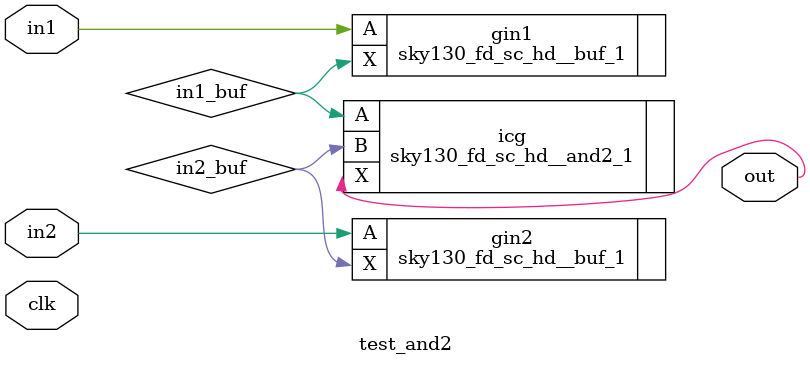
<source format=v>

module test_and2(clk, in1, in2, out);
  input  clk; // Not used but for easier verilator common flow
  input  in1;
  input  in2;
  output out;

  wire  in1_buf;
  wire  in2_buf;

  sky130_fd_sc_hd__and2_1 icg (
    .A(in1_buf),
    .B(in2_buf),
    .X(out)
  );
  sky130_fd_sc_hd__buf_1 gin1 (
    .A(in1),
    .X(in1_buf)
  );
  sky130_fd_sc_hd__buf_1 gin2 (
    .A(in2),
    .X(in2_buf)
  );
endmodule

</source>
